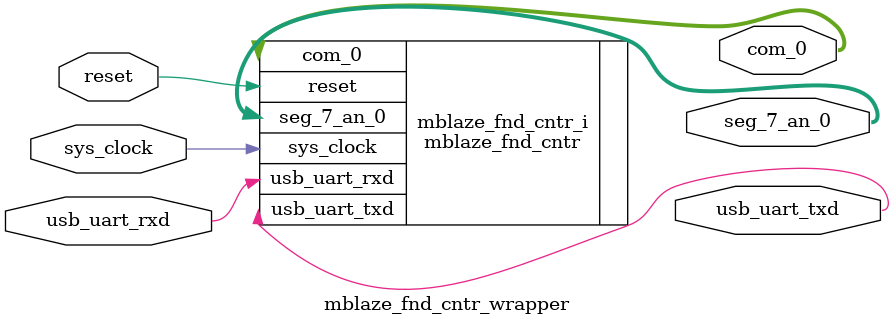
<source format=v>
`timescale 1 ps / 1 ps

module mblaze_fnd_cntr_wrapper
   (com_0,
    reset,
    seg_7_an_0,
    sys_clock,
    usb_uart_rxd,
    usb_uart_txd);
  output [3:0]com_0;
  input reset;
  output [7:0]seg_7_an_0;
  input sys_clock;
  input usb_uart_rxd;
  output usb_uart_txd;

  wire [3:0]com_0;
  wire reset;
  wire [7:0]seg_7_an_0;
  wire sys_clock;
  wire usb_uart_rxd;
  wire usb_uart_txd;

  mblaze_fnd_cntr mblaze_fnd_cntr_i
       (.com_0(com_0),
        .reset(reset),
        .seg_7_an_0(seg_7_an_0),
        .sys_clock(sys_clock),
        .usb_uart_rxd(usb_uart_rxd),
        .usb_uart_txd(usb_uart_txd));
endmodule

</source>
